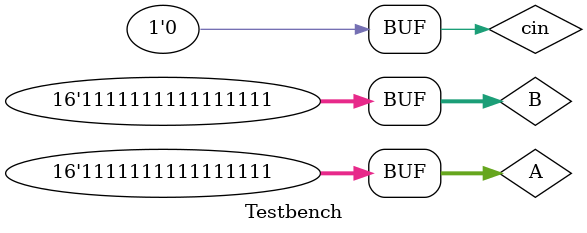
<source format=v>

module Testbench ();
  reg[15:0] A, B;
  reg cin;
  wire[15:0] sum;
  wire co; 
  kung_adder a(sum,co, A, B, cin);

  initial begin
    A = 0;
    B = 0;
    cin = 0;
    #100 A = 16'b0001011101110000;//6500
    #100 B = 16'b0110000110101000;//25000
    #300 A = 16'b1101011011011000;//55000
    #300 B = 16'b0000000000011001;//25
    #500 A = 16'b0111111111111111;
    #500 B = 16'b0111111111111111;
    #700 A = 16'b1111111111111111;
    #700 B = 16'b1111111111111111;

  end


endmodule //Testbench for brent kung adder

</source>
